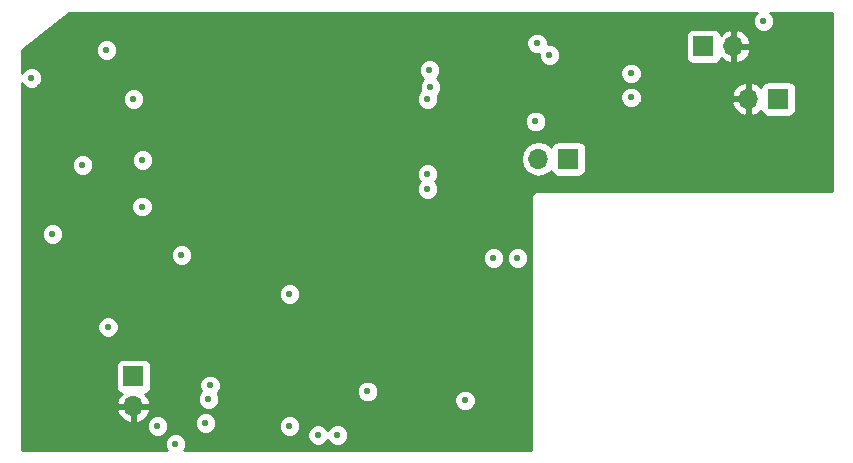
<source format=gbr>
G04 #@! TF.FileFunction,Copper,L2,Inr,Plane*
%FSLAX46Y46*%
G04 Gerber Fmt 4.6, Leading zero omitted, Abs format (unit mm)*
G04 Created by KiCad (PCBNEW 4.0.7) date 02/27/19 21:19:10*
%MOMM*%
%LPD*%
G01*
G04 APERTURE LIST*
%ADD10C,0.100000*%
%ADD11R,1.700000X1.700000*%
%ADD12O,1.700000X1.700000*%
%ADD13C,0.558800*%
%ADD14C,0.254000*%
G04 APERTURE END LIST*
D10*
D11*
X114770000Y-69520000D03*
D12*
X112230000Y-69520000D03*
D11*
X60160000Y-93015000D03*
D12*
X60160000Y-95555000D03*
D11*
X108420000Y-65075000D03*
D12*
X110960000Y-65075000D03*
D11*
X96990000Y-74600000D03*
D12*
X94450000Y-74600000D03*
D13*
X101435000Y-76505000D03*
X68923000Y-70917000D03*
X54945000Y-86673000D03*
X87973000Y-77140000D03*
X95339000Y-70282000D03*
X117945000Y-68377000D03*
X84925000Y-63678000D03*
X92418000Y-97714000D03*
X88958832Y-90602000D03*
X83600702Y-83925298D03*
X80480000Y-85014000D03*
X79720130Y-96954130D03*
X72020000Y-96903000D03*
X66434000Y-81255000D03*
X53810000Y-84760000D03*
X58001000Y-90729000D03*
X52108200Y-72568000D03*
X52286000Y-68504000D03*
X57874000Y-63475000D03*
X94323000Y-64821000D03*
X102310000Y-69393000D03*
X102310000Y-67361000D03*
X94196000Y-71425000D03*
X88227000Y-95047000D03*
X66637000Y-93777000D03*
X58001000Y-88824000D03*
X57874000Y-65375000D03*
X113500000Y-62916000D03*
X60160000Y-69520000D03*
X51524000Y-67742000D03*
X66510000Y-94920000D03*
X60862708Y-78639619D03*
X90640000Y-82982000D03*
X92672000Y-82982000D03*
X62192000Y-97206000D03*
X63716000Y-98730000D03*
X75781000Y-97968000D03*
X79972000Y-94285000D03*
X85052000Y-75870000D03*
X73368000Y-97206000D03*
X53302000Y-80950000D03*
X77432000Y-97968000D03*
X73368000Y-86030000D03*
X66256000Y-96952000D03*
X64224000Y-82728000D03*
X85052000Y-77140000D03*
X85052000Y-69520000D03*
X95381000Y-65795000D03*
X60922000Y-74685000D03*
X55842000Y-75108000D03*
X85221000Y-67065000D03*
X85306000Y-68504000D03*
D14*
G36*
X112725262Y-62397358D02*
X112585759Y-62733317D01*
X112585442Y-63097087D01*
X112724358Y-63433289D01*
X112981358Y-63690738D01*
X113317317Y-63830241D01*
X113681087Y-63830558D01*
X114017289Y-63691642D01*
X114274738Y-63434642D01*
X114414241Y-63098683D01*
X114414558Y-62734913D01*
X114275642Y-62398711D01*
X114087260Y-62210000D01*
X119290000Y-62210000D01*
X119290000Y-77290000D01*
X94500000Y-77290000D01*
X94228295Y-77344046D01*
X93997954Y-77497954D01*
X93844046Y-77728295D01*
X93790000Y-78000000D01*
X93790000Y-99290000D01*
X64449308Y-99290000D01*
X64490738Y-99248642D01*
X64630241Y-98912683D01*
X64630558Y-98548913D01*
X64491642Y-98212711D01*
X64428129Y-98149087D01*
X74866442Y-98149087D01*
X75005358Y-98485289D01*
X75262358Y-98742738D01*
X75598317Y-98882241D01*
X75962087Y-98882558D01*
X76298289Y-98743642D01*
X76555738Y-98486642D01*
X76606452Y-98364509D01*
X76656358Y-98485289D01*
X76913358Y-98742738D01*
X77249317Y-98882241D01*
X77613087Y-98882558D01*
X77949289Y-98743642D01*
X78206738Y-98486642D01*
X78346241Y-98150683D01*
X78346558Y-97786913D01*
X78207642Y-97450711D01*
X77950642Y-97193262D01*
X77614683Y-97053759D01*
X77250913Y-97053442D01*
X76914711Y-97192358D01*
X76657262Y-97449358D01*
X76606548Y-97571491D01*
X76556642Y-97450711D01*
X76299642Y-97193262D01*
X75963683Y-97053759D01*
X75599913Y-97053442D01*
X75263711Y-97192358D01*
X75006262Y-97449358D01*
X74866759Y-97785317D01*
X74866442Y-98149087D01*
X64428129Y-98149087D01*
X64234642Y-97955262D01*
X63898683Y-97815759D01*
X63534913Y-97815442D01*
X63198711Y-97954358D01*
X62941262Y-98211358D01*
X62801759Y-98547317D01*
X62801442Y-98911087D01*
X62940358Y-99247289D01*
X62982995Y-99290000D01*
X50710000Y-99290000D01*
X50710000Y-97387087D01*
X61277442Y-97387087D01*
X61416358Y-97723289D01*
X61673358Y-97980738D01*
X62009317Y-98120241D01*
X62373087Y-98120558D01*
X62709289Y-97981642D01*
X62966738Y-97724642D01*
X63106241Y-97388683D01*
X63106463Y-97133087D01*
X65341442Y-97133087D01*
X65480358Y-97469289D01*
X65737358Y-97726738D01*
X66073317Y-97866241D01*
X66437087Y-97866558D01*
X66773289Y-97727642D01*
X67030738Y-97470642D01*
X67065433Y-97387087D01*
X72453442Y-97387087D01*
X72592358Y-97723289D01*
X72849358Y-97980738D01*
X73185317Y-98120241D01*
X73549087Y-98120558D01*
X73885289Y-97981642D01*
X74142738Y-97724642D01*
X74282241Y-97388683D01*
X74282558Y-97024913D01*
X74143642Y-96688711D01*
X73886642Y-96431262D01*
X73550683Y-96291759D01*
X73186913Y-96291442D01*
X72850711Y-96430358D01*
X72593262Y-96687358D01*
X72453759Y-97023317D01*
X72453442Y-97387087D01*
X67065433Y-97387087D01*
X67170241Y-97134683D01*
X67170558Y-96770913D01*
X67031642Y-96434711D01*
X66774642Y-96177262D01*
X66438683Y-96037759D01*
X66074913Y-96037442D01*
X65738711Y-96176358D01*
X65481262Y-96433358D01*
X65341759Y-96769317D01*
X65341442Y-97133087D01*
X63106463Y-97133087D01*
X63106558Y-97024913D01*
X62967642Y-96688711D01*
X62710642Y-96431262D01*
X62374683Y-96291759D01*
X62010913Y-96291442D01*
X61674711Y-96430358D01*
X61417262Y-96687358D01*
X61277759Y-97023317D01*
X61277442Y-97387087D01*
X50710000Y-97387087D01*
X50710000Y-95911890D01*
X58718524Y-95911890D01*
X58888355Y-96321924D01*
X59278642Y-96750183D01*
X59803108Y-96996486D01*
X60033000Y-96875819D01*
X60033000Y-95682000D01*
X60287000Y-95682000D01*
X60287000Y-96875819D01*
X60516892Y-96996486D01*
X61041358Y-96750183D01*
X61431645Y-96321924D01*
X61601476Y-95911890D01*
X61480155Y-95682000D01*
X60287000Y-95682000D01*
X60033000Y-95682000D01*
X58839845Y-95682000D01*
X58718524Y-95911890D01*
X50710000Y-95911890D01*
X50710000Y-92165000D01*
X58662560Y-92165000D01*
X58662560Y-93865000D01*
X58706838Y-94100317D01*
X58845910Y-94316441D01*
X59058110Y-94461431D01*
X59166107Y-94483301D01*
X58888355Y-94788076D01*
X58718524Y-95198110D01*
X58839845Y-95428000D01*
X60033000Y-95428000D01*
X60033000Y-95408000D01*
X60287000Y-95408000D01*
X60287000Y-95428000D01*
X61480155Y-95428000D01*
X61601476Y-95198110D01*
X61561291Y-95101087D01*
X65595442Y-95101087D01*
X65734358Y-95437289D01*
X65991358Y-95694738D01*
X66327317Y-95834241D01*
X66691087Y-95834558D01*
X67027289Y-95695642D01*
X67284738Y-95438642D01*
X67372168Y-95228087D01*
X87312442Y-95228087D01*
X87451358Y-95564289D01*
X87708358Y-95821738D01*
X88044317Y-95961241D01*
X88408087Y-95961558D01*
X88744289Y-95822642D01*
X89001738Y-95565642D01*
X89141241Y-95229683D01*
X89141558Y-94865913D01*
X89002642Y-94529711D01*
X88745642Y-94272262D01*
X88409683Y-94132759D01*
X88045913Y-94132442D01*
X87709711Y-94271358D01*
X87452262Y-94528358D01*
X87312759Y-94864317D01*
X87312442Y-95228087D01*
X67372168Y-95228087D01*
X67424241Y-95102683D01*
X67424558Y-94738913D01*
X67311829Y-94466087D01*
X79057442Y-94466087D01*
X79196358Y-94802289D01*
X79453358Y-95059738D01*
X79789317Y-95199241D01*
X80153087Y-95199558D01*
X80489289Y-95060642D01*
X80746738Y-94803642D01*
X80886241Y-94467683D01*
X80886558Y-94103913D01*
X80747642Y-93767711D01*
X80490642Y-93510262D01*
X80154683Y-93370759D01*
X79790913Y-93370442D01*
X79454711Y-93509358D01*
X79197262Y-93766358D01*
X79057759Y-94102317D01*
X79057442Y-94466087D01*
X67311829Y-94466087D01*
X67291144Y-94416026D01*
X67411738Y-94295642D01*
X67551241Y-93959683D01*
X67551558Y-93595913D01*
X67412642Y-93259711D01*
X67155642Y-93002262D01*
X66819683Y-92862759D01*
X66455913Y-92862442D01*
X66119711Y-93001358D01*
X65862262Y-93258358D01*
X65722759Y-93594317D01*
X65722442Y-93958087D01*
X65855856Y-94280974D01*
X65735262Y-94401358D01*
X65595759Y-94737317D01*
X65595442Y-95101087D01*
X61561291Y-95101087D01*
X61431645Y-94788076D01*
X61155499Y-94485063D01*
X61245317Y-94468162D01*
X61461441Y-94329090D01*
X61606431Y-94116890D01*
X61657440Y-93865000D01*
X61657440Y-92165000D01*
X61613162Y-91929683D01*
X61474090Y-91713559D01*
X61261890Y-91568569D01*
X61010000Y-91517560D01*
X59310000Y-91517560D01*
X59074683Y-91561838D01*
X58858559Y-91700910D01*
X58713569Y-91913110D01*
X58662560Y-92165000D01*
X50710000Y-92165000D01*
X50710000Y-89005087D01*
X57086442Y-89005087D01*
X57225358Y-89341289D01*
X57482358Y-89598738D01*
X57818317Y-89738241D01*
X58182087Y-89738558D01*
X58518289Y-89599642D01*
X58775738Y-89342642D01*
X58915241Y-89006683D01*
X58915558Y-88642913D01*
X58776642Y-88306711D01*
X58519642Y-88049262D01*
X58183683Y-87909759D01*
X57819913Y-87909442D01*
X57483711Y-88048358D01*
X57226262Y-88305358D01*
X57086759Y-88641317D01*
X57086442Y-89005087D01*
X50710000Y-89005087D01*
X50710000Y-86211087D01*
X72453442Y-86211087D01*
X72592358Y-86547289D01*
X72849358Y-86804738D01*
X73185317Y-86944241D01*
X73549087Y-86944558D01*
X73885289Y-86805642D01*
X74142738Y-86548642D01*
X74282241Y-86212683D01*
X74282558Y-85848913D01*
X74143642Y-85512711D01*
X73886642Y-85255262D01*
X73550683Y-85115759D01*
X73186913Y-85115442D01*
X72850711Y-85254358D01*
X72593262Y-85511358D01*
X72453759Y-85847317D01*
X72453442Y-86211087D01*
X50710000Y-86211087D01*
X50710000Y-82909087D01*
X63309442Y-82909087D01*
X63448358Y-83245289D01*
X63705358Y-83502738D01*
X64041317Y-83642241D01*
X64405087Y-83642558D01*
X64741289Y-83503642D01*
X64998738Y-83246642D01*
X65033433Y-83163087D01*
X89725442Y-83163087D01*
X89864358Y-83499289D01*
X90121358Y-83756738D01*
X90457317Y-83896241D01*
X90821087Y-83896558D01*
X91157289Y-83757642D01*
X91414738Y-83500642D01*
X91554241Y-83164683D01*
X91554242Y-83163087D01*
X91757442Y-83163087D01*
X91896358Y-83499289D01*
X92153358Y-83756738D01*
X92489317Y-83896241D01*
X92853087Y-83896558D01*
X93189289Y-83757642D01*
X93446738Y-83500642D01*
X93586241Y-83164683D01*
X93586558Y-82800913D01*
X93447642Y-82464711D01*
X93190642Y-82207262D01*
X92854683Y-82067759D01*
X92490913Y-82067442D01*
X92154711Y-82206358D01*
X91897262Y-82463358D01*
X91757759Y-82799317D01*
X91757442Y-83163087D01*
X91554242Y-83163087D01*
X91554558Y-82800913D01*
X91415642Y-82464711D01*
X91158642Y-82207262D01*
X90822683Y-82067759D01*
X90458913Y-82067442D01*
X90122711Y-82206358D01*
X89865262Y-82463358D01*
X89725759Y-82799317D01*
X89725442Y-83163087D01*
X65033433Y-83163087D01*
X65138241Y-82910683D01*
X65138558Y-82546913D01*
X64999642Y-82210711D01*
X64742642Y-81953262D01*
X64406683Y-81813759D01*
X64042913Y-81813442D01*
X63706711Y-81952358D01*
X63449262Y-82209358D01*
X63309759Y-82545317D01*
X63309442Y-82909087D01*
X50710000Y-82909087D01*
X50710000Y-81131087D01*
X52387442Y-81131087D01*
X52526358Y-81467289D01*
X52783358Y-81724738D01*
X53119317Y-81864241D01*
X53483087Y-81864558D01*
X53819289Y-81725642D01*
X54076738Y-81468642D01*
X54216241Y-81132683D01*
X54216558Y-80768913D01*
X54077642Y-80432711D01*
X53820642Y-80175262D01*
X53484683Y-80035759D01*
X53120913Y-80035442D01*
X52784711Y-80174358D01*
X52527262Y-80431358D01*
X52387759Y-80767317D01*
X52387442Y-81131087D01*
X50710000Y-81131087D01*
X50710000Y-78820706D01*
X59948150Y-78820706D01*
X60087066Y-79156908D01*
X60344066Y-79414357D01*
X60680025Y-79553860D01*
X61043795Y-79554177D01*
X61379997Y-79415261D01*
X61637446Y-79158261D01*
X61776949Y-78822302D01*
X61777266Y-78458532D01*
X61638350Y-78122330D01*
X61381350Y-77864881D01*
X61045391Y-77725378D01*
X60681621Y-77725061D01*
X60345419Y-77863977D01*
X60087970Y-78120977D01*
X59948467Y-78456936D01*
X59948150Y-78820706D01*
X50710000Y-78820706D01*
X50710000Y-76051087D01*
X84137442Y-76051087D01*
X84276358Y-76387289D01*
X84393844Y-76504980D01*
X84277262Y-76621358D01*
X84137759Y-76957317D01*
X84137442Y-77321087D01*
X84276358Y-77657289D01*
X84533358Y-77914738D01*
X84869317Y-78054241D01*
X85233087Y-78054558D01*
X85569289Y-77915642D01*
X85826738Y-77658642D01*
X85966241Y-77322683D01*
X85966558Y-76958913D01*
X85827642Y-76622711D01*
X85710156Y-76505020D01*
X85826738Y-76388642D01*
X85966241Y-76052683D01*
X85966558Y-75688913D01*
X85827642Y-75352711D01*
X85570642Y-75095262D01*
X85234683Y-74955759D01*
X84870913Y-74955442D01*
X84534711Y-75094358D01*
X84277262Y-75351358D01*
X84137759Y-75687317D01*
X84137442Y-76051087D01*
X50710000Y-76051087D01*
X50710000Y-75289087D01*
X54927442Y-75289087D01*
X55066358Y-75625289D01*
X55323358Y-75882738D01*
X55659317Y-76022241D01*
X56023087Y-76022558D01*
X56359289Y-75883642D01*
X56616738Y-75626642D01*
X56756241Y-75290683D01*
X56756558Y-74926913D01*
X56731426Y-74866087D01*
X60007442Y-74866087D01*
X60146358Y-75202289D01*
X60403358Y-75459738D01*
X60739317Y-75599241D01*
X61103087Y-75599558D01*
X61439289Y-75460642D01*
X61696738Y-75203642D01*
X61836241Y-74867683D01*
X61836499Y-74570907D01*
X92965000Y-74570907D01*
X92965000Y-74629093D01*
X93078039Y-75197378D01*
X93399946Y-75679147D01*
X93881715Y-76001054D01*
X94450000Y-76114093D01*
X95018285Y-76001054D01*
X95500054Y-75679147D01*
X95527850Y-75637548D01*
X95536838Y-75685317D01*
X95675910Y-75901441D01*
X95888110Y-76046431D01*
X96140000Y-76097440D01*
X97840000Y-76097440D01*
X98075317Y-76053162D01*
X98291441Y-75914090D01*
X98436431Y-75701890D01*
X98487440Y-75450000D01*
X98487440Y-73750000D01*
X98443162Y-73514683D01*
X98304090Y-73298559D01*
X98091890Y-73153569D01*
X97840000Y-73102560D01*
X96140000Y-73102560D01*
X95904683Y-73146838D01*
X95688559Y-73285910D01*
X95543569Y-73498110D01*
X95529914Y-73565541D01*
X95500054Y-73520853D01*
X95018285Y-73198946D01*
X94450000Y-73085907D01*
X93881715Y-73198946D01*
X93399946Y-73520853D01*
X93078039Y-74002622D01*
X92965000Y-74570907D01*
X61836499Y-74570907D01*
X61836558Y-74503913D01*
X61697642Y-74167711D01*
X61440642Y-73910262D01*
X61104683Y-73770759D01*
X60740913Y-73770442D01*
X60404711Y-73909358D01*
X60147262Y-74166358D01*
X60007759Y-74502317D01*
X60007442Y-74866087D01*
X56731426Y-74866087D01*
X56617642Y-74590711D01*
X56360642Y-74333262D01*
X56024683Y-74193759D01*
X55660913Y-74193442D01*
X55324711Y-74332358D01*
X55067262Y-74589358D01*
X54927759Y-74925317D01*
X54927442Y-75289087D01*
X50710000Y-75289087D01*
X50710000Y-71606087D01*
X93281442Y-71606087D01*
X93420358Y-71942289D01*
X93677358Y-72199738D01*
X94013317Y-72339241D01*
X94377087Y-72339558D01*
X94713289Y-72200642D01*
X94970738Y-71943642D01*
X95110241Y-71607683D01*
X95110558Y-71243913D01*
X94971642Y-70907711D01*
X94714642Y-70650262D01*
X94378683Y-70510759D01*
X94014913Y-70510442D01*
X93678711Y-70649358D01*
X93421262Y-70906358D01*
X93281759Y-71242317D01*
X93281442Y-71606087D01*
X50710000Y-71606087D01*
X50710000Y-69701087D01*
X59245442Y-69701087D01*
X59384358Y-70037289D01*
X59641358Y-70294738D01*
X59977317Y-70434241D01*
X60341087Y-70434558D01*
X60677289Y-70295642D01*
X60934738Y-70038642D01*
X61074241Y-69702683D01*
X61074242Y-69701087D01*
X84137442Y-69701087D01*
X84276358Y-70037289D01*
X84533358Y-70294738D01*
X84869317Y-70434241D01*
X85233087Y-70434558D01*
X85569289Y-70295642D01*
X85826738Y-70038642D01*
X85966241Y-69702683D01*
X85966353Y-69574087D01*
X101395442Y-69574087D01*
X101534358Y-69910289D01*
X101791358Y-70167738D01*
X102127317Y-70307241D01*
X102491087Y-70307558D01*
X102827289Y-70168642D01*
X103084738Y-69911642D01*
X103099167Y-69876892D01*
X110788514Y-69876892D01*
X111034817Y-70401358D01*
X111463076Y-70791645D01*
X111873110Y-70961476D01*
X112103000Y-70840155D01*
X112103000Y-69647000D01*
X110909181Y-69647000D01*
X110788514Y-69876892D01*
X103099167Y-69876892D01*
X103224241Y-69575683D01*
X103224558Y-69211913D01*
X103204393Y-69163108D01*
X110788514Y-69163108D01*
X110909181Y-69393000D01*
X112103000Y-69393000D01*
X112103000Y-68199845D01*
X112357000Y-68199845D01*
X112357000Y-69393000D01*
X112377000Y-69393000D01*
X112377000Y-69647000D01*
X112357000Y-69647000D01*
X112357000Y-70840155D01*
X112586890Y-70961476D01*
X112996924Y-70791645D01*
X113299937Y-70515499D01*
X113316838Y-70605317D01*
X113455910Y-70821441D01*
X113668110Y-70966431D01*
X113920000Y-71017440D01*
X115620000Y-71017440D01*
X115855317Y-70973162D01*
X116071441Y-70834090D01*
X116216431Y-70621890D01*
X116267440Y-70370000D01*
X116267440Y-68670000D01*
X116223162Y-68434683D01*
X116084090Y-68218559D01*
X115871890Y-68073569D01*
X115620000Y-68022560D01*
X113920000Y-68022560D01*
X113684683Y-68066838D01*
X113468559Y-68205910D01*
X113323569Y-68418110D01*
X113301699Y-68526107D01*
X112996924Y-68248355D01*
X112586890Y-68078524D01*
X112357000Y-68199845D01*
X112103000Y-68199845D01*
X111873110Y-68078524D01*
X111463076Y-68248355D01*
X111034817Y-68638642D01*
X110788514Y-69163108D01*
X103204393Y-69163108D01*
X103085642Y-68875711D01*
X102828642Y-68618262D01*
X102492683Y-68478759D01*
X102128913Y-68478442D01*
X101792711Y-68617358D01*
X101535262Y-68874358D01*
X101395759Y-69210317D01*
X101395442Y-69574087D01*
X85966353Y-69574087D01*
X85966558Y-69338913D01*
X85907382Y-69195696D01*
X86080738Y-69022642D01*
X86220241Y-68686683D01*
X86220558Y-68322913D01*
X86081642Y-67986711D01*
X85837231Y-67741873D01*
X85995738Y-67583642D01*
X86012993Y-67542087D01*
X101395442Y-67542087D01*
X101534358Y-67878289D01*
X101791358Y-68135738D01*
X102127317Y-68275241D01*
X102491087Y-68275558D01*
X102827289Y-68136642D01*
X103084738Y-67879642D01*
X103224241Y-67543683D01*
X103224558Y-67179913D01*
X103085642Y-66843711D01*
X102828642Y-66586262D01*
X102492683Y-66446759D01*
X102128913Y-66446442D01*
X101792711Y-66585358D01*
X101535262Y-66842358D01*
X101395759Y-67178317D01*
X101395442Y-67542087D01*
X86012993Y-67542087D01*
X86135241Y-67247683D01*
X86135558Y-66883913D01*
X85996642Y-66547711D01*
X85739642Y-66290262D01*
X85403683Y-66150759D01*
X85039913Y-66150442D01*
X84703711Y-66289358D01*
X84446262Y-66546358D01*
X84306759Y-66882317D01*
X84306442Y-67246087D01*
X84445358Y-67582289D01*
X84689769Y-67827127D01*
X84531262Y-67985358D01*
X84391759Y-68321317D01*
X84391442Y-68685087D01*
X84450618Y-68828304D01*
X84277262Y-69001358D01*
X84137759Y-69337317D01*
X84137442Y-69701087D01*
X61074242Y-69701087D01*
X61074558Y-69338913D01*
X60935642Y-69002711D01*
X60678642Y-68745262D01*
X60342683Y-68605759D01*
X59978913Y-68605442D01*
X59642711Y-68744358D01*
X59385262Y-69001358D01*
X59245759Y-69337317D01*
X59245442Y-69701087D01*
X50710000Y-69701087D01*
X50710000Y-68166456D01*
X50748358Y-68259289D01*
X51005358Y-68516738D01*
X51341317Y-68656241D01*
X51705087Y-68656558D01*
X52041289Y-68517642D01*
X52298738Y-68260642D01*
X52438241Y-67924683D01*
X52438558Y-67560913D01*
X52299642Y-67224711D01*
X52042642Y-66967262D01*
X51706683Y-66827759D01*
X51342913Y-66827442D01*
X51006711Y-66966358D01*
X50749262Y-67223358D01*
X50710000Y-67317911D01*
X50710000Y-65556087D01*
X56959442Y-65556087D01*
X57098358Y-65892289D01*
X57355358Y-66149738D01*
X57691317Y-66289241D01*
X58055087Y-66289558D01*
X58391289Y-66150642D01*
X58648738Y-65893642D01*
X58788241Y-65557683D01*
X58788558Y-65193913D01*
X58709298Y-65002087D01*
X93408442Y-65002087D01*
X93547358Y-65338289D01*
X93804358Y-65595738D01*
X94140317Y-65735241D01*
X94466652Y-65735525D01*
X94466442Y-65976087D01*
X94605358Y-66312289D01*
X94862358Y-66569738D01*
X95198317Y-66709241D01*
X95562087Y-66709558D01*
X95898289Y-66570642D01*
X96155738Y-66313642D01*
X96295241Y-65977683D01*
X96295558Y-65613913D01*
X96156642Y-65277711D01*
X95899642Y-65020262D01*
X95563683Y-64880759D01*
X95237348Y-64880475D01*
X95237558Y-64639913D01*
X95098642Y-64303711D01*
X95020069Y-64225000D01*
X106922560Y-64225000D01*
X106922560Y-65925000D01*
X106966838Y-66160317D01*
X107105910Y-66376441D01*
X107318110Y-66521431D01*
X107570000Y-66572440D01*
X109270000Y-66572440D01*
X109505317Y-66528162D01*
X109721441Y-66389090D01*
X109866431Y-66176890D01*
X109888301Y-66068893D01*
X110193076Y-66346645D01*
X110603110Y-66516476D01*
X110833000Y-66395155D01*
X110833000Y-65202000D01*
X111087000Y-65202000D01*
X111087000Y-66395155D01*
X111316890Y-66516476D01*
X111726924Y-66346645D01*
X112155183Y-65956358D01*
X112401486Y-65431892D01*
X112280819Y-65202000D01*
X111087000Y-65202000D01*
X110833000Y-65202000D01*
X110813000Y-65202000D01*
X110813000Y-64948000D01*
X110833000Y-64948000D01*
X110833000Y-63754845D01*
X111087000Y-63754845D01*
X111087000Y-64948000D01*
X112280819Y-64948000D01*
X112401486Y-64718108D01*
X112155183Y-64193642D01*
X111726924Y-63803355D01*
X111316890Y-63633524D01*
X111087000Y-63754845D01*
X110833000Y-63754845D01*
X110603110Y-63633524D01*
X110193076Y-63803355D01*
X109890063Y-64079501D01*
X109873162Y-63989683D01*
X109734090Y-63773559D01*
X109521890Y-63628569D01*
X109270000Y-63577560D01*
X107570000Y-63577560D01*
X107334683Y-63621838D01*
X107118559Y-63760910D01*
X106973569Y-63973110D01*
X106922560Y-64225000D01*
X95020069Y-64225000D01*
X94841642Y-64046262D01*
X94505683Y-63906759D01*
X94141913Y-63906442D01*
X93805711Y-64045358D01*
X93548262Y-64302358D01*
X93408759Y-64638317D01*
X93408442Y-65002087D01*
X58709298Y-65002087D01*
X58649642Y-64857711D01*
X58392642Y-64600262D01*
X58056683Y-64460759D01*
X57692913Y-64460442D01*
X57356711Y-64599358D01*
X57099262Y-64856358D01*
X56959759Y-65192317D01*
X56959442Y-65556087D01*
X50710000Y-65556087D01*
X50710000Y-65347250D01*
X54743607Y-62210000D01*
X112912947Y-62210000D01*
X112725262Y-62397358D01*
X112725262Y-62397358D01*
G37*
X112725262Y-62397358D02*
X112585759Y-62733317D01*
X112585442Y-63097087D01*
X112724358Y-63433289D01*
X112981358Y-63690738D01*
X113317317Y-63830241D01*
X113681087Y-63830558D01*
X114017289Y-63691642D01*
X114274738Y-63434642D01*
X114414241Y-63098683D01*
X114414558Y-62734913D01*
X114275642Y-62398711D01*
X114087260Y-62210000D01*
X119290000Y-62210000D01*
X119290000Y-77290000D01*
X94500000Y-77290000D01*
X94228295Y-77344046D01*
X93997954Y-77497954D01*
X93844046Y-77728295D01*
X93790000Y-78000000D01*
X93790000Y-99290000D01*
X64449308Y-99290000D01*
X64490738Y-99248642D01*
X64630241Y-98912683D01*
X64630558Y-98548913D01*
X64491642Y-98212711D01*
X64428129Y-98149087D01*
X74866442Y-98149087D01*
X75005358Y-98485289D01*
X75262358Y-98742738D01*
X75598317Y-98882241D01*
X75962087Y-98882558D01*
X76298289Y-98743642D01*
X76555738Y-98486642D01*
X76606452Y-98364509D01*
X76656358Y-98485289D01*
X76913358Y-98742738D01*
X77249317Y-98882241D01*
X77613087Y-98882558D01*
X77949289Y-98743642D01*
X78206738Y-98486642D01*
X78346241Y-98150683D01*
X78346558Y-97786913D01*
X78207642Y-97450711D01*
X77950642Y-97193262D01*
X77614683Y-97053759D01*
X77250913Y-97053442D01*
X76914711Y-97192358D01*
X76657262Y-97449358D01*
X76606548Y-97571491D01*
X76556642Y-97450711D01*
X76299642Y-97193262D01*
X75963683Y-97053759D01*
X75599913Y-97053442D01*
X75263711Y-97192358D01*
X75006262Y-97449358D01*
X74866759Y-97785317D01*
X74866442Y-98149087D01*
X64428129Y-98149087D01*
X64234642Y-97955262D01*
X63898683Y-97815759D01*
X63534913Y-97815442D01*
X63198711Y-97954358D01*
X62941262Y-98211358D01*
X62801759Y-98547317D01*
X62801442Y-98911087D01*
X62940358Y-99247289D01*
X62982995Y-99290000D01*
X50710000Y-99290000D01*
X50710000Y-97387087D01*
X61277442Y-97387087D01*
X61416358Y-97723289D01*
X61673358Y-97980738D01*
X62009317Y-98120241D01*
X62373087Y-98120558D01*
X62709289Y-97981642D01*
X62966738Y-97724642D01*
X63106241Y-97388683D01*
X63106463Y-97133087D01*
X65341442Y-97133087D01*
X65480358Y-97469289D01*
X65737358Y-97726738D01*
X66073317Y-97866241D01*
X66437087Y-97866558D01*
X66773289Y-97727642D01*
X67030738Y-97470642D01*
X67065433Y-97387087D01*
X72453442Y-97387087D01*
X72592358Y-97723289D01*
X72849358Y-97980738D01*
X73185317Y-98120241D01*
X73549087Y-98120558D01*
X73885289Y-97981642D01*
X74142738Y-97724642D01*
X74282241Y-97388683D01*
X74282558Y-97024913D01*
X74143642Y-96688711D01*
X73886642Y-96431262D01*
X73550683Y-96291759D01*
X73186913Y-96291442D01*
X72850711Y-96430358D01*
X72593262Y-96687358D01*
X72453759Y-97023317D01*
X72453442Y-97387087D01*
X67065433Y-97387087D01*
X67170241Y-97134683D01*
X67170558Y-96770913D01*
X67031642Y-96434711D01*
X66774642Y-96177262D01*
X66438683Y-96037759D01*
X66074913Y-96037442D01*
X65738711Y-96176358D01*
X65481262Y-96433358D01*
X65341759Y-96769317D01*
X65341442Y-97133087D01*
X63106463Y-97133087D01*
X63106558Y-97024913D01*
X62967642Y-96688711D01*
X62710642Y-96431262D01*
X62374683Y-96291759D01*
X62010913Y-96291442D01*
X61674711Y-96430358D01*
X61417262Y-96687358D01*
X61277759Y-97023317D01*
X61277442Y-97387087D01*
X50710000Y-97387087D01*
X50710000Y-95911890D01*
X58718524Y-95911890D01*
X58888355Y-96321924D01*
X59278642Y-96750183D01*
X59803108Y-96996486D01*
X60033000Y-96875819D01*
X60033000Y-95682000D01*
X60287000Y-95682000D01*
X60287000Y-96875819D01*
X60516892Y-96996486D01*
X61041358Y-96750183D01*
X61431645Y-96321924D01*
X61601476Y-95911890D01*
X61480155Y-95682000D01*
X60287000Y-95682000D01*
X60033000Y-95682000D01*
X58839845Y-95682000D01*
X58718524Y-95911890D01*
X50710000Y-95911890D01*
X50710000Y-92165000D01*
X58662560Y-92165000D01*
X58662560Y-93865000D01*
X58706838Y-94100317D01*
X58845910Y-94316441D01*
X59058110Y-94461431D01*
X59166107Y-94483301D01*
X58888355Y-94788076D01*
X58718524Y-95198110D01*
X58839845Y-95428000D01*
X60033000Y-95428000D01*
X60033000Y-95408000D01*
X60287000Y-95408000D01*
X60287000Y-95428000D01*
X61480155Y-95428000D01*
X61601476Y-95198110D01*
X61561291Y-95101087D01*
X65595442Y-95101087D01*
X65734358Y-95437289D01*
X65991358Y-95694738D01*
X66327317Y-95834241D01*
X66691087Y-95834558D01*
X67027289Y-95695642D01*
X67284738Y-95438642D01*
X67372168Y-95228087D01*
X87312442Y-95228087D01*
X87451358Y-95564289D01*
X87708358Y-95821738D01*
X88044317Y-95961241D01*
X88408087Y-95961558D01*
X88744289Y-95822642D01*
X89001738Y-95565642D01*
X89141241Y-95229683D01*
X89141558Y-94865913D01*
X89002642Y-94529711D01*
X88745642Y-94272262D01*
X88409683Y-94132759D01*
X88045913Y-94132442D01*
X87709711Y-94271358D01*
X87452262Y-94528358D01*
X87312759Y-94864317D01*
X87312442Y-95228087D01*
X67372168Y-95228087D01*
X67424241Y-95102683D01*
X67424558Y-94738913D01*
X67311829Y-94466087D01*
X79057442Y-94466087D01*
X79196358Y-94802289D01*
X79453358Y-95059738D01*
X79789317Y-95199241D01*
X80153087Y-95199558D01*
X80489289Y-95060642D01*
X80746738Y-94803642D01*
X80886241Y-94467683D01*
X80886558Y-94103913D01*
X80747642Y-93767711D01*
X80490642Y-93510262D01*
X80154683Y-93370759D01*
X79790913Y-93370442D01*
X79454711Y-93509358D01*
X79197262Y-93766358D01*
X79057759Y-94102317D01*
X79057442Y-94466087D01*
X67311829Y-94466087D01*
X67291144Y-94416026D01*
X67411738Y-94295642D01*
X67551241Y-93959683D01*
X67551558Y-93595913D01*
X67412642Y-93259711D01*
X67155642Y-93002262D01*
X66819683Y-92862759D01*
X66455913Y-92862442D01*
X66119711Y-93001358D01*
X65862262Y-93258358D01*
X65722759Y-93594317D01*
X65722442Y-93958087D01*
X65855856Y-94280974D01*
X65735262Y-94401358D01*
X65595759Y-94737317D01*
X65595442Y-95101087D01*
X61561291Y-95101087D01*
X61431645Y-94788076D01*
X61155499Y-94485063D01*
X61245317Y-94468162D01*
X61461441Y-94329090D01*
X61606431Y-94116890D01*
X61657440Y-93865000D01*
X61657440Y-92165000D01*
X61613162Y-91929683D01*
X61474090Y-91713559D01*
X61261890Y-91568569D01*
X61010000Y-91517560D01*
X59310000Y-91517560D01*
X59074683Y-91561838D01*
X58858559Y-91700910D01*
X58713569Y-91913110D01*
X58662560Y-92165000D01*
X50710000Y-92165000D01*
X50710000Y-89005087D01*
X57086442Y-89005087D01*
X57225358Y-89341289D01*
X57482358Y-89598738D01*
X57818317Y-89738241D01*
X58182087Y-89738558D01*
X58518289Y-89599642D01*
X58775738Y-89342642D01*
X58915241Y-89006683D01*
X58915558Y-88642913D01*
X58776642Y-88306711D01*
X58519642Y-88049262D01*
X58183683Y-87909759D01*
X57819913Y-87909442D01*
X57483711Y-88048358D01*
X57226262Y-88305358D01*
X57086759Y-88641317D01*
X57086442Y-89005087D01*
X50710000Y-89005087D01*
X50710000Y-86211087D01*
X72453442Y-86211087D01*
X72592358Y-86547289D01*
X72849358Y-86804738D01*
X73185317Y-86944241D01*
X73549087Y-86944558D01*
X73885289Y-86805642D01*
X74142738Y-86548642D01*
X74282241Y-86212683D01*
X74282558Y-85848913D01*
X74143642Y-85512711D01*
X73886642Y-85255262D01*
X73550683Y-85115759D01*
X73186913Y-85115442D01*
X72850711Y-85254358D01*
X72593262Y-85511358D01*
X72453759Y-85847317D01*
X72453442Y-86211087D01*
X50710000Y-86211087D01*
X50710000Y-82909087D01*
X63309442Y-82909087D01*
X63448358Y-83245289D01*
X63705358Y-83502738D01*
X64041317Y-83642241D01*
X64405087Y-83642558D01*
X64741289Y-83503642D01*
X64998738Y-83246642D01*
X65033433Y-83163087D01*
X89725442Y-83163087D01*
X89864358Y-83499289D01*
X90121358Y-83756738D01*
X90457317Y-83896241D01*
X90821087Y-83896558D01*
X91157289Y-83757642D01*
X91414738Y-83500642D01*
X91554241Y-83164683D01*
X91554242Y-83163087D01*
X91757442Y-83163087D01*
X91896358Y-83499289D01*
X92153358Y-83756738D01*
X92489317Y-83896241D01*
X92853087Y-83896558D01*
X93189289Y-83757642D01*
X93446738Y-83500642D01*
X93586241Y-83164683D01*
X93586558Y-82800913D01*
X93447642Y-82464711D01*
X93190642Y-82207262D01*
X92854683Y-82067759D01*
X92490913Y-82067442D01*
X92154711Y-82206358D01*
X91897262Y-82463358D01*
X91757759Y-82799317D01*
X91757442Y-83163087D01*
X91554242Y-83163087D01*
X91554558Y-82800913D01*
X91415642Y-82464711D01*
X91158642Y-82207262D01*
X90822683Y-82067759D01*
X90458913Y-82067442D01*
X90122711Y-82206358D01*
X89865262Y-82463358D01*
X89725759Y-82799317D01*
X89725442Y-83163087D01*
X65033433Y-83163087D01*
X65138241Y-82910683D01*
X65138558Y-82546913D01*
X64999642Y-82210711D01*
X64742642Y-81953262D01*
X64406683Y-81813759D01*
X64042913Y-81813442D01*
X63706711Y-81952358D01*
X63449262Y-82209358D01*
X63309759Y-82545317D01*
X63309442Y-82909087D01*
X50710000Y-82909087D01*
X50710000Y-81131087D01*
X52387442Y-81131087D01*
X52526358Y-81467289D01*
X52783358Y-81724738D01*
X53119317Y-81864241D01*
X53483087Y-81864558D01*
X53819289Y-81725642D01*
X54076738Y-81468642D01*
X54216241Y-81132683D01*
X54216558Y-80768913D01*
X54077642Y-80432711D01*
X53820642Y-80175262D01*
X53484683Y-80035759D01*
X53120913Y-80035442D01*
X52784711Y-80174358D01*
X52527262Y-80431358D01*
X52387759Y-80767317D01*
X52387442Y-81131087D01*
X50710000Y-81131087D01*
X50710000Y-78820706D01*
X59948150Y-78820706D01*
X60087066Y-79156908D01*
X60344066Y-79414357D01*
X60680025Y-79553860D01*
X61043795Y-79554177D01*
X61379997Y-79415261D01*
X61637446Y-79158261D01*
X61776949Y-78822302D01*
X61777266Y-78458532D01*
X61638350Y-78122330D01*
X61381350Y-77864881D01*
X61045391Y-77725378D01*
X60681621Y-77725061D01*
X60345419Y-77863977D01*
X60087970Y-78120977D01*
X59948467Y-78456936D01*
X59948150Y-78820706D01*
X50710000Y-78820706D01*
X50710000Y-76051087D01*
X84137442Y-76051087D01*
X84276358Y-76387289D01*
X84393844Y-76504980D01*
X84277262Y-76621358D01*
X84137759Y-76957317D01*
X84137442Y-77321087D01*
X84276358Y-77657289D01*
X84533358Y-77914738D01*
X84869317Y-78054241D01*
X85233087Y-78054558D01*
X85569289Y-77915642D01*
X85826738Y-77658642D01*
X85966241Y-77322683D01*
X85966558Y-76958913D01*
X85827642Y-76622711D01*
X85710156Y-76505020D01*
X85826738Y-76388642D01*
X85966241Y-76052683D01*
X85966558Y-75688913D01*
X85827642Y-75352711D01*
X85570642Y-75095262D01*
X85234683Y-74955759D01*
X84870913Y-74955442D01*
X84534711Y-75094358D01*
X84277262Y-75351358D01*
X84137759Y-75687317D01*
X84137442Y-76051087D01*
X50710000Y-76051087D01*
X50710000Y-75289087D01*
X54927442Y-75289087D01*
X55066358Y-75625289D01*
X55323358Y-75882738D01*
X55659317Y-76022241D01*
X56023087Y-76022558D01*
X56359289Y-75883642D01*
X56616738Y-75626642D01*
X56756241Y-75290683D01*
X56756558Y-74926913D01*
X56731426Y-74866087D01*
X60007442Y-74866087D01*
X60146358Y-75202289D01*
X60403358Y-75459738D01*
X60739317Y-75599241D01*
X61103087Y-75599558D01*
X61439289Y-75460642D01*
X61696738Y-75203642D01*
X61836241Y-74867683D01*
X61836499Y-74570907D01*
X92965000Y-74570907D01*
X92965000Y-74629093D01*
X93078039Y-75197378D01*
X93399946Y-75679147D01*
X93881715Y-76001054D01*
X94450000Y-76114093D01*
X95018285Y-76001054D01*
X95500054Y-75679147D01*
X95527850Y-75637548D01*
X95536838Y-75685317D01*
X95675910Y-75901441D01*
X95888110Y-76046431D01*
X96140000Y-76097440D01*
X97840000Y-76097440D01*
X98075317Y-76053162D01*
X98291441Y-75914090D01*
X98436431Y-75701890D01*
X98487440Y-75450000D01*
X98487440Y-73750000D01*
X98443162Y-73514683D01*
X98304090Y-73298559D01*
X98091890Y-73153569D01*
X97840000Y-73102560D01*
X96140000Y-73102560D01*
X95904683Y-73146838D01*
X95688559Y-73285910D01*
X95543569Y-73498110D01*
X95529914Y-73565541D01*
X95500054Y-73520853D01*
X95018285Y-73198946D01*
X94450000Y-73085907D01*
X93881715Y-73198946D01*
X93399946Y-73520853D01*
X93078039Y-74002622D01*
X92965000Y-74570907D01*
X61836499Y-74570907D01*
X61836558Y-74503913D01*
X61697642Y-74167711D01*
X61440642Y-73910262D01*
X61104683Y-73770759D01*
X60740913Y-73770442D01*
X60404711Y-73909358D01*
X60147262Y-74166358D01*
X60007759Y-74502317D01*
X60007442Y-74866087D01*
X56731426Y-74866087D01*
X56617642Y-74590711D01*
X56360642Y-74333262D01*
X56024683Y-74193759D01*
X55660913Y-74193442D01*
X55324711Y-74332358D01*
X55067262Y-74589358D01*
X54927759Y-74925317D01*
X54927442Y-75289087D01*
X50710000Y-75289087D01*
X50710000Y-71606087D01*
X93281442Y-71606087D01*
X93420358Y-71942289D01*
X93677358Y-72199738D01*
X94013317Y-72339241D01*
X94377087Y-72339558D01*
X94713289Y-72200642D01*
X94970738Y-71943642D01*
X95110241Y-71607683D01*
X95110558Y-71243913D01*
X94971642Y-70907711D01*
X94714642Y-70650262D01*
X94378683Y-70510759D01*
X94014913Y-70510442D01*
X93678711Y-70649358D01*
X93421262Y-70906358D01*
X93281759Y-71242317D01*
X93281442Y-71606087D01*
X50710000Y-71606087D01*
X50710000Y-69701087D01*
X59245442Y-69701087D01*
X59384358Y-70037289D01*
X59641358Y-70294738D01*
X59977317Y-70434241D01*
X60341087Y-70434558D01*
X60677289Y-70295642D01*
X60934738Y-70038642D01*
X61074241Y-69702683D01*
X61074242Y-69701087D01*
X84137442Y-69701087D01*
X84276358Y-70037289D01*
X84533358Y-70294738D01*
X84869317Y-70434241D01*
X85233087Y-70434558D01*
X85569289Y-70295642D01*
X85826738Y-70038642D01*
X85966241Y-69702683D01*
X85966353Y-69574087D01*
X101395442Y-69574087D01*
X101534358Y-69910289D01*
X101791358Y-70167738D01*
X102127317Y-70307241D01*
X102491087Y-70307558D01*
X102827289Y-70168642D01*
X103084738Y-69911642D01*
X103099167Y-69876892D01*
X110788514Y-69876892D01*
X111034817Y-70401358D01*
X111463076Y-70791645D01*
X111873110Y-70961476D01*
X112103000Y-70840155D01*
X112103000Y-69647000D01*
X110909181Y-69647000D01*
X110788514Y-69876892D01*
X103099167Y-69876892D01*
X103224241Y-69575683D01*
X103224558Y-69211913D01*
X103204393Y-69163108D01*
X110788514Y-69163108D01*
X110909181Y-69393000D01*
X112103000Y-69393000D01*
X112103000Y-68199845D01*
X112357000Y-68199845D01*
X112357000Y-69393000D01*
X112377000Y-69393000D01*
X112377000Y-69647000D01*
X112357000Y-69647000D01*
X112357000Y-70840155D01*
X112586890Y-70961476D01*
X112996924Y-70791645D01*
X113299937Y-70515499D01*
X113316838Y-70605317D01*
X113455910Y-70821441D01*
X113668110Y-70966431D01*
X113920000Y-71017440D01*
X115620000Y-71017440D01*
X115855317Y-70973162D01*
X116071441Y-70834090D01*
X116216431Y-70621890D01*
X116267440Y-70370000D01*
X116267440Y-68670000D01*
X116223162Y-68434683D01*
X116084090Y-68218559D01*
X115871890Y-68073569D01*
X115620000Y-68022560D01*
X113920000Y-68022560D01*
X113684683Y-68066838D01*
X113468559Y-68205910D01*
X113323569Y-68418110D01*
X113301699Y-68526107D01*
X112996924Y-68248355D01*
X112586890Y-68078524D01*
X112357000Y-68199845D01*
X112103000Y-68199845D01*
X111873110Y-68078524D01*
X111463076Y-68248355D01*
X111034817Y-68638642D01*
X110788514Y-69163108D01*
X103204393Y-69163108D01*
X103085642Y-68875711D01*
X102828642Y-68618262D01*
X102492683Y-68478759D01*
X102128913Y-68478442D01*
X101792711Y-68617358D01*
X101535262Y-68874358D01*
X101395759Y-69210317D01*
X101395442Y-69574087D01*
X85966353Y-69574087D01*
X85966558Y-69338913D01*
X85907382Y-69195696D01*
X86080738Y-69022642D01*
X86220241Y-68686683D01*
X86220558Y-68322913D01*
X86081642Y-67986711D01*
X85837231Y-67741873D01*
X85995738Y-67583642D01*
X86012993Y-67542087D01*
X101395442Y-67542087D01*
X101534358Y-67878289D01*
X101791358Y-68135738D01*
X102127317Y-68275241D01*
X102491087Y-68275558D01*
X102827289Y-68136642D01*
X103084738Y-67879642D01*
X103224241Y-67543683D01*
X103224558Y-67179913D01*
X103085642Y-66843711D01*
X102828642Y-66586262D01*
X102492683Y-66446759D01*
X102128913Y-66446442D01*
X101792711Y-66585358D01*
X101535262Y-66842358D01*
X101395759Y-67178317D01*
X101395442Y-67542087D01*
X86012993Y-67542087D01*
X86135241Y-67247683D01*
X86135558Y-66883913D01*
X85996642Y-66547711D01*
X85739642Y-66290262D01*
X85403683Y-66150759D01*
X85039913Y-66150442D01*
X84703711Y-66289358D01*
X84446262Y-66546358D01*
X84306759Y-66882317D01*
X84306442Y-67246087D01*
X84445358Y-67582289D01*
X84689769Y-67827127D01*
X84531262Y-67985358D01*
X84391759Y-68321317D01*
X84391442Y-68685087D01*
X84450618Y-68828304D01*
X84277262Y-69001358D01*
X84137759Y-69337317D01*
X84137442Y-69701087D01*
X61074242Y-69701087D01*
X61074558Y-69338913D01*
X60935642Y-69002711D01*
X60678642Y-68745262D01*
X60342683Y-68605759D01*
X59978913Y-68605442D01*
X59642711Y-68744358D01*
X59385262Y-69001358D01*
X59245759Y-69337317D01*
X59245442Y-69701087D01*
X50710000Y-69701087D01*
X50710000Y-68166456D01*
X50748358Y-68259289D01*
X51005358Y-68516738D01*
X51341317Y-68656241D01*
X51705087Y-68656558D01*
X52041289Y-68517642D01*
X52298738Y-68260642D01*
X52438241Y-67924683D01*
X52438558Y-67560913D01*
X52299642Y-67224711D01*
X52042642Y-66967262D01*
X51706683Y-66827759D01*
X51342913Y-66827442D01*
X51006711Y-66966358D01*
X50749262Y-67223358D01*
X50710000Y-67317911D01*
X50710000Y-65556087D01*
X56959442Y-65556087D01*
X57098358Y-65892289D01*
X57355358Y-66149738D01*
X57691317Y-66289241D01*
X58055087Y-66289558D01*
X58391289Y-66150642D01*
X58648738Y-65893642D01*
X58788241Y-65557683D01*
X58788558Y-65193913D01*
X58709298Y-65002087D01*
X93408442Y-65002087D01*
X93547358Y-65338289D01*
X93804358Y-65595738D01*
X94140317Y-65735241D01*
X94466652Y-65735525D01*
X94466442Y-65976087D01*
X94605358Y-66312289D01*
X94862358Y-66569738D01*
X95198317Y-66709241D01*
X95562087Y-66709558D01*
X95898289Y-66570642D01*
X96155738Y-66313642D01*
X96295241Y-65977683D01*
X96295558Y-65613913D01*
X96156642Y-65277711D01*
X95899642Y-65020262D01*
X95563683Y-64880759D01*
X95237348Y-64880475D01*
X95237558Y-64639913D01*
X95098642Y-64303711D01*
X95020069Y-64225000D01*
X106922560Y-64225000D01*
X106922560Y-65925000D01*
X106966838Y-66160317D01*
X107105910Y-66376441D01*
X107318110Y-66521431D01*
X107570000Y-66572440D01*
X109270000Y-66572440D01*
X109505317Y-66528162D01*
X109721441Y-66389090D01*
X109866431Y-66176890D01*
X109888301Y-66068893D01*
X110193076Y-66346645D01*
X110603110Y-66516476D01*
X110833000Y-66395155D01*
X110833000Y-65202000D01*
X111087000Y-65202000D01*
X111087000Y-66395155D01*
X111316890Y-66516476D01*
X111726924Y-66346645D01*
X112155183Y-65956358D01*
X112401486Y-65431892D01*
X112280819Y-65202000D01*
X111087000Y-65202000D01*
X110833000Y-65202000D01*
X110813000Y-65202000D01*
X110813000Y-64948000D01*
X110833000Y-64948000D01*
X110833000Y-63754845D01*
X111087000Y-63754845D01*
X111087000Y-64948000D01*
X112280819Y-64948000D01*
X112401486Y-64718108D01*
X112155183Y-64193642D01*
X111726924Y-63803355D01*
X111316890Y-63633524D01*
X111087000Y-63754845D01*
X110833000Y-63754845D01*
X110603110Y-63633524D01*
X110193076Y-63803355D01*
X109890063Y-64079501D01*
X109873162Y-63989683D01*
X109734090Y-63773559D01*
X109521890Y-63628569D01*
X109270000Y-63577560D01*
X107570000Y-63577560D01*
X107334683Y-63621838D01*
X107118559Y-63760910D01*
X106973569Y-63973110D01*
X106922560Y-64225000D01*
X95020069Y-64225000D01*
X94841642Y-64046262D01*
X94505683Y-63906759D01*
X94141913Y-63906442D01*
X93805711Y-64045358D01*
X93548262Y-64302358D01*
X93408759Y-64638317D01*
X93408442Y-65002087D01*
X58709298Y-65002087D01*
X58649642Y-64857711D01*
X58392642Y-64600262D01*
X58056683Y-64460759D01*
X57692913Y-64460442D01*
X57356711Y-64599358D01*
X57099262Y-64856358D01*
X56959759Y-65192317D01*
X56959442Y-65556087D01*
X50710000Y-65556087D01*
X50710000Y-65347250D01*
X54743607Y-62210000D01*
X112912947Y-62210000D01*
X112725262Y-62397358D01*
M02*

</source>
